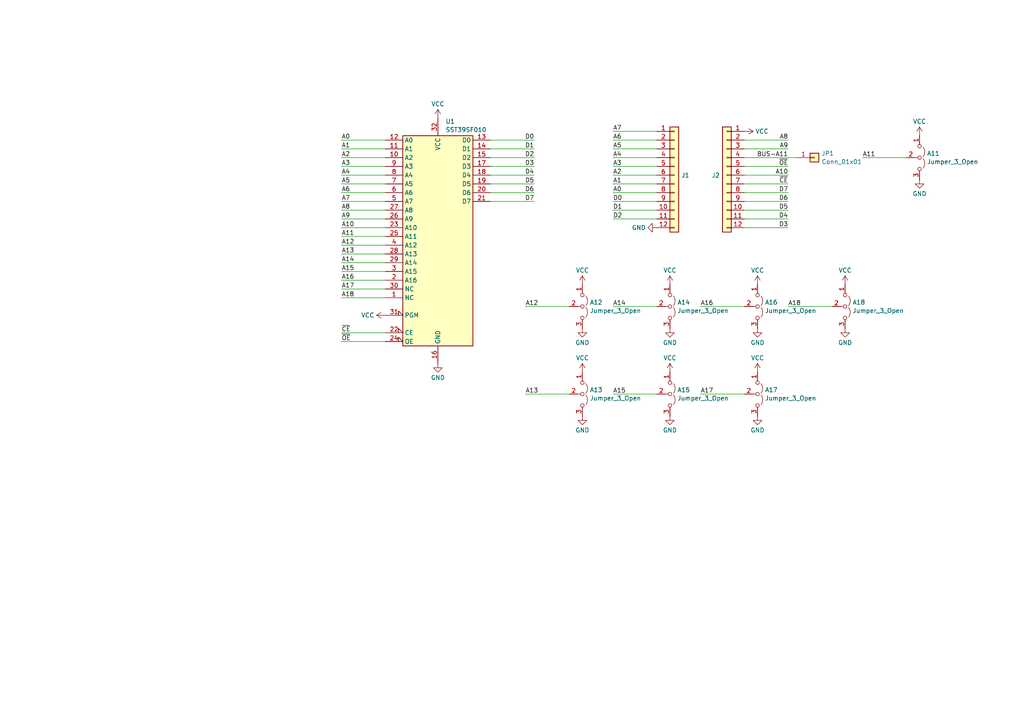
<source format=kicad_sch>
(kicad_sch (version 20231120) (generator "eeschema") (generator_version "8.0")
  (paper "A4")
  (lib_symbols
    (symbol "Connector_Generic:Conn_01x01" (pin_names (offset 1.016) hide)
      (property "Reference" "J" (at 0 2.54 0))
      (property "Value" "Conn_01x01" (at 0 -2.54 0))
      (symbol "Conn_01x01_1_1"
        (rectangle (start -1.27 0.127) (end 0 -0.127) (stroke (width 0.1524)))
        (rectangle (start -1.27 1.27) (end 1.27 -1.27) (stroke (width 0.254)) (fill (type background)))
        (pin passive line (at -5.08 0 0) (length 3.81) (name "Pin_1") (number "1"))
      )
    )
    (symbol "Connector_Generic:Conn_01x12" (pin_names (offset 1.016) hide)
      (property "Reference" "J" (at 0 15.24 0))
      (property "Value" "Conn_01x12" (at 0 -17.78 0))
      (symbol "Conn_01x12_1_1"
        (rectangle (start -1.27 -15.113) (end 0 -15.367) (stroke (width 0.1524)))
        (rectangle (start -1.27 -12.573) (end 0 -12.827) (stroke (width 0.1524)))
        (rectangle (start -1.27 -10.033) (end 0 -10.287) (stroke (width 0.1524)))
        (rectangle (start -1.27 -7.493) (end 0 -7.747) (stroke (width 0.1524)))
        (rectangle (start -1.27 -4.953) (end 0 -5.207) (stroke (width 0.1524)))
        (rectangle (start -1.27 -2.413) (end 0 -2.667) (stroke (width 0.1524)))
        (rectangle (start -1.27 0.127) (end 0 -0.127) (stroke (width 0.1524)))
        (rectangle (start -1.27 2.667) (end 0 2.413) (stroke (width 0.1524)))
        (rectangle (start -1.27 5.207) (end 0 4.953) (stroke (width 0.1524)))
        (rectangle (start -1.27 7.747) (end 0 7.493) (stroke (width 0.1524)))
        (rectangle (start -1.27 10.287) (end 0 10.033) (stroke (width 0.1524)))
        (rectangle (start -1.27 12.827) (end 0 12.573) (stroke (width 0.1524)))
        (rectangle (start -1.27 13.97) (end 1.27 -16.51) (stroke (width 0.254)) (fill (type background)))
        (pin passive line (at -5.08 12.7 0) (length 3.81) (name "Pin_1") (number "1"))
        (pin passive line (at -5.08 -10.16 0) (length 3.81) (name "Pin_10") (number "10"))
        (pin passive line (at -5.08 -12.7 0) (length 3.81) (name "Pin_11") (number "11"))
        (pin passive line (at -5.08 -15.24 0) (length 3.81) (name "Pin_12") (number "12"))
        (pin passive line (at -5.08 10.16 0) (length 3.81) (name "Pin_2") (number "2"))
        (pin passive line (at -5.08 7.62 0) (length 3.81) (name "Pin_3") (number "3"))
        (pin passive line (at -5.08 5.08 0) (length 3.81) (name "Pin_4") (number "4"))
        (pin passive line (at -5.08 2.54 0) (length 3.81) (name "Pin_5") (number "5"))
        (pin passive line (at -5.08 0 0) (length 3.81) (name "Pin_6") (number "6"))
        (pin passive line (at -5.08 -2.54 0) (length 3.81) (name "Pin_7") (number "7"))
        (pin passive line (at -5.08 -5.08 0) (length 3.81) (name "Pin_8") (number "8"))
        (pin passive line (at -5.08 -7.62 0) (length 3.81) (name "Pin_9") (number "9"))
      )
    )
    (symbol "Jumper:Jumper_3_Open" (pin_names (offset 0) hide) (exclude_from_sim yes) (in_bom no)
      (property "Reference" "JP" (at -2.54 -2.54 0))
      (property "Value" "Jumper_3_Open" (at 0 2.794 0))
      (symbol "Jumper_3_Open_0_0"
        (circle (center -3.302 0) (radius 0.508))
        (circle (center 0 0) (radius 0.508))
        (circle (center 3.302 0) (radius 0.508))
      )
      (symbol "Jumper_3_Open_0_1"
        (arc (start -0.254 1.016) (mid -1.651 1.4992) (end -3.048 1.016))
        (polyline (pts (xy 0 -0.508) (xy 0 -1.27)))
        (arc (start 3.048 1.016) (mid 1.651 1.4992) (end 0.254 1.016))
      )
      (symbol "Jumper_3_Open_1_1"
        (pin passive line (at -6.35 0 0) (length 2.54) (name "A") (number "1"))
        (pin passive line (at 0 -3.81 90) (length 2.54) (name "C") (number "2"))
        (pin passive line (at 6.35 0 180) (length 2.54) (name "B") (number "3"))
      )
    )
    (symbol "Memory_Flash:SST39SF010"
      (property "Reference" "U" (at 2.54 33.02 0))
      (property "Value" "SST39SF010" (at 0 -30.48 0))
      (symbol "SST39SF010_0_0"
        (pin power_in line (at 0 -34.29 90) (length 5.08) (name "GND") (number "16"))
        (pin power_in line (at 0 36.83 270) (length 5.08) (name "VCC") (number "32"))
      )
      (symbol "SST39SF010_0_1"
        (rectangle (start -10.16 31.75) (end 10.16 -29.21) (stroke (width 0.254)) (fill (type background)))
      )
      (symbol "SST39SF010_1_1"
        (pin input line (at -15.24 -15.24 0) (length 5.08) (name "NC") (number "1"))
        (pin input line (at -15.24 25.4 0) (length 5.08) (name "A2") (number "10"))
        (pin input line (at -15.24 27.94 0) (length 5.08) (name "A1") (number "11"))
        (pin input line (at -15.24 30.48 0) (length 5.08) (name "A0") (number "12"))
        (pin tri_state line (at 15.24 30.48 180) (length 5.08) (name "D0") (number "13"))
        (pin tri_state line (at 15.24 27.94 180) (length 5.08) (name "D1") (number "14"))
        (pin tri_state line (at 15.24 25.4 180) (length 5.08) (name "D2") (number "15"))
        (pin tri_state line (at 15.24 22.86 180) (length 5.08) (name "D3") (number "17"))
        (pin tri_state line (at 15.24 20.32 180) (length 5.08) (name "D4") (number "18"))
        (pin tri_state line (at 15.24 17.78 180) (length 5.08) (name "D5") (number "19"))
        (pin input line (at -15.24 -10.16 0) (length 5.08) (name "A16") (number "2"))
        (pin tri_state line (at 15.24 15.24 180) (length 5.08) (name "D6") (number "20"))
        (pin tri_state line (at 15.24 12.7 180) (length 5.08) (name "D7") (number "21"))
        (pin input input_low (at -15.24 -25.4 0) (length 5.08) (name "CE") (number "22"))
        (pin input line (at -15.24 5.08 0) (length 5.08) (name "A10") (number "23"))
        (pin input input_low (at -15.24 -27.94 0) (length 5.08) (name "OE") (number "24"))
        (pin input line (at -15.24 2.54 0) (length 5.08) (name "A11") (number "25"))
        (pin input line (at -15.24 7.62 0) (length 5.08) (name "A9") (number "26"))
        (pin input line (at -15.24 10.16 0) (length 5.08) (name "A8") (number "27"))
        (pin input line (at -15.24 -2.54 0) (length 5.08) (name "A13") (number "28"))
        (pin input line (at -15.24 -5.08 0) (length 5.08) (name "A14") (number "29"))
        (pin input line (at -15.24 -7.62 0) (length 5.08) (name "A15") (number "3"))
        (pin input line (at -15.24 -12.7 0) (length 5.08) (name "NC") (number "30"))
        (pin input input_low (at -15.24 -20.32 0) (length 5.08) (name "PGM") (number "31"))
        (pin input line (at -15.24 0 0) (length 5.08) (name "A12") (number "4"))
        (pin input line (at -15.24 12.7 0) (length 5.08) (name "A7") (number "5"))
        (pin input line (at -15.24 15.24 0) (length 5.08) (name "A6") (number "6"))
        (pin input line (at -15.24 17.78 0) (length 5.08) (name "A5") (number "7"))
        (pin input line (at -15.24 20.32 0) (length 5.08) (name "A4") (number "8"))
        (pin input line (at -15.24 22.86 0) (length 5.08) (name "A3") (number "9"))
      )
    )
    (symbol "power:GND" (power) (pin_numbers hide) (pin_names (offset 0) hide)
      (property "Value" "GND" (at 0 -3.81 0))
      (symbol "GND_0_1"
        (polyline (pts (xy 0 0) (xy 0 -1.27) (xy 1.27 -1.27) (xy 0 -2.54) (xy -1.27 -1.27) (xy 0 -1.27)))
      )
      (symbol "GND_1_1"
        (pin power_in line (at 0 0 270) (length 0) (name "~") (number "1"))
      )
    )
    (symbol "power:VCC" (power) (pin_numbers hide) (pin_names (offset 0) hide)
      (property "Value" "VCC" (at 0 3.556 0))
      (symbol "VCC_0_1"
        (polyline (pts (xy -0.762 1.27) (xy 0 2.54)))
        (polyline (pts (xy 0 0) (xy 0 2.54)))
        (polyline (pts (xy 0 2.54) (xy 0.762 1.27)))
      )
      (symbol "VCC_1_1"
        (pin power_in line (at 0 0 90) (length 0) (name "~") (number "1"))
      )
    )
  )
  (wire (pts (xy 203.2 88.9) (xy 215.9 88.9)))
  (wire (pts (xy 177.8 53.34) (xy 190.5 53.34)))
  (wire (pts (xy 99.06 40.64) (xy 111.76 40.64)))
  (wire (pts (xy 215.9 43.18) (xy 228.6 43.18)))
  (wire (pts (xy 215.9 50.8) (xy 228.6 50.8)))
  (wire (pts (xy 99.06 78.74) (xy 111.76 78.74)))
  (wire (pts (xy 177.8 43.18) (xy 190.5 43.18)))
  (wire (pts (xy 142.24 58.42) (xy 154.94 58.42)))
  (wire (pts (xy 177.8 45.72) (xy 190.5 45.72)))
  (wire (pts (xy 99.06 73.66) (xy 111.76 73.66)))
  (wire (pts (xy 111.76 60.96) (xy 99.06 60.96)))
  (wire (pts (xy 215.9 66.04) (xy 228.6 66.04)))
  (wire (pts (xy 177.8 63.5) (xy 190.5 63.5)))
  (wire (pts (xy 142.24 55.88) (xy 154.94 55.88)))
  (wire (pts (xy 152.4 114.3) (xy 165.1 114.3)))
  (wire (pts (xy 99.06 43.18) (xy 111.76 43.18)))
  (wire (pts (xy 154.94 45.72) (xy 142.24 45.72)))
  (wire (pts (xy 152.4 88.9) (xy 165.1 88.9)))
  (wire (pts (xy 142.24 48.26) (xy 154.94 48.26)))
  (wire (pts (xy 215.9 45.72) (xy 231.14 45.72)))
  (wire (pts (xy 177.8 60.96) (xy 190.5 60.96)))
  (wire (pts (xy 215.9 53.34) (xy 228.6 53.34)))
  (wire (pts (xy 99.06 48.26) (xy 111.76 48.26)))
  (wire (pts (xy 215.9 48.26) (xy 228.6 48.26)))
  (wire (pts (xy 177.8 40.64) (xy 190.5 40.64)))
  (wire (pts (xy 215.9 60.96) (xy 228.6 60.96)))
  (wire (pts (xy 177.8 55.88) (xy 190.5 55.88)))
  (wire (pts (xy 215.9 40.64) (xy 228.6 40.64)))
  (wire (pts (xy 177.8 58.42) (xy 190.5 58.42)))
  (wire (pts (xy 250.19 45.72) (xy 262.89 45.72)))
  (wire (pts (xy 203.2 114.3) (xy 215.9 114.3)))
  (wire (pts (xy 177.8 48.26) (xy 190.5 48.26)))
  (wire (pts (xy 111.76 96.52) (xy 99.06 96.52)))
  (wire (pts (xy 111.76 66.04) (xy 99.06 66.04)))
  (wire (pts (xy 99.06 86.36) (xy 111.76 86.36)))
  (wire (pts (xy 99.06 58.42) (xy 111.76 58.42)))
  (wire (pts (xy 177.8 50.8) (xy 190.5 50.8)))
  (wire (pts (xy 177.8 88.9) (xy 190.5 88.9)))
  (wire (pts (xy 99.06 76.2) (xy 111.76 76.2)))
  (wire (pts (xy 142.24 50.8) (xy 154.94 50.8)))
  (wire (pts (xy 177.8 114.3) (xy 190.5 114.3)))
  (wire (pts (xy 99.06 71.12) (xy 111.76 71.12)))
  (wire (pts (xy 99.06 45.72) (xy 111.76 45.72)))
  (wire (pts (xy 215.9 58.42) (xy 228.6 58.42)))
  (wire (pts (xy 99.06 50.8) (xy 111.76 50.8)))
  (wire (pts (xy 99.06 83.82) (xy 111.76 83.82)))
  (wire (pts (xy 154.94 40.64) (xy 142.24 40.64)))
  (wire (pts (xy 215.9 55.88) (xy 228.6 55.88)))
  (wire (pts (xy 154.94 43.18) (xy 142.24 43.18)))
  (wire (pts (xy 228.6 88.9) (xy 241.3 88.9)))
  (wire (pts (xy 177.8 38.1) (xy 190.5 38.1)))
  (wire (pts (xy 99.06 55.88) (xy 111.76 55.88)))
  (wire (pts (xy 142.24 53.34) (xy 154.94 53.34)))
  (wire (pts (xy 99.06 68.58) (xy 111.76 68.58)))
  (wire (pts (xy 99.06 53.34) (xy 111.76 53.34)))
  (wire (pts (xy 99.06 81.28) (xy 111.76 81.28)))
  (wire (pts (xy 111.76 99.06) (xy 99.06 99.06)))
  (wire (pts (xy 111.76 63.5) (xy 99.06 63.5)))
  (wire (pts (xy 215.9 63.5) (xy 228.6 63.5)))
  (label "A13" (at 152.4 114.3 0))
  (label "A17" (at 203.2 114.3 0))
  (label "D2" (at 154.94 45.72 180))
  (label "A6" (at 177.8 40.64 0))
  (label "D6" (at 154.94 55.88 180))
  (label "D3" (at 228.6 66.04 180))
  (label "A3" (at 177.8 48.26 0))
  (label "~{OE}" (at 228.6 48.26 180))
  (label "A14" (at 99.06 76.2 0))
  (label "A7" (at 177.8 38.1 0))
  (label "D3" (at 154.94 48.26 180))
  (label "A2" (at 177.8 50.8 0))
  (label "A18" (at 99.06 86.36 0))
  (label "~{CE}" (at 228.6 53.34 180))
  (label "A16" (at 203.2 88.9 0))
  (label "A8" (at 228.6 40.64 180))
  (label "A11" (at 250.19 45.72 0))
  (label "A4" (at 177.8 45.72 0))
  (label "A15" (at 177.8 114.3 0))
  (label "A1" (at 177.8 53.34 0))
  (label "A15" (at 99.06 78.74 0))
  (label "BUS-A11" (at 228.6 45.72 180))
  (label "A7" (at 99.06 58.42 0))
  (label "A0" (at 99.06 40.64 0))
  (label "A6" (at 99.06 55.88 0))
  (label "D7" (at 228.6 55.88 180))
  (label "A14" (at 177.8 88.9 0))
  (label "D7" (at 154.94 58.42 180))
  (label "D0" (at 154.94 40.64 180))
  (label "D4" (at 154.94 50.8 180))
  (label "A10" (at 99.06 66.04 0))
  (label "D0" (at 177.8 58.42 0))
  (label "A5" (at 99.06 53.34 0))
  (label "D4" (at 228.6 63.5 180))
  (label "A12" (at 99.06 71.12 0))
  (label "~{CE}" (at 99.06 96.52 0))
  (label "A12" (at 152.4 88.9 0))
  (label "A4" (at 99.06 50.8 0))
  (label "A16" (at 99.06 81.28 0))
  (label "A5" (at 177.8 43.18 0))
  (label "~{OE}" (at 99.06 99.06 0))
  (label "D2" (at 177.8 63.5 0))
  (label "A11" (at 99.06 68.58 0))
  (label "D5" (at 228.6 60.96 180))
  (label "D1" (at 154.94 43.18 180))
  (label "A1" (at 99.06 43.18 0))
  (label "A3" (at 99.06 48.26 0))
  (label "A9" (at 228.6 43.18 180))
  (label "A10" (at 228.6 50.8 180))
  (label "D6" (at 228.6 58.42 180))
  (label "A13" (at 99.06 73.66 0))
  (label "A8" (at 99.06 60.96 0))
  (label "D1" (at 177.8 60.96 0))
  (label "D5" (at 154.94 53.34 180))
  (label "A2" (at 99.06 45.72 0))
  (label "A0" (at 177.8 55.88 0))
  (label "A17" (at 99.06 83.82 0))
  (label "A9" (at 99.06 63.5 0))
  (label "A18" (at 228.6 88.9 0))
  (symbol (lib_id "power:GND") (at 194.31 120.65 0) (unit 1)
    (property "Reference" "#PWR014" (effects (hide yes)))
    (property "Value" "GND" (at 194.31 124.7831 0))
    (property "Description" "Power symbol creates a global label with name \"GND\" , ground" (effects (hide yes)))
  )
  (symbol (lib_id "power:GND") (at 127 105.41 0) (unit 1)
    (property "Reference" "#PWR05" (effects (hide yes)))
    (property "Value" "GND" (at 127 109.5431 0))
    (property "Description" "Power symbol creates a global label with name \"GND\" , ground" (effects (hide yes)))
  )
  (symbol (lib_id "Connector_Generic:Conn_01x12") (at 195.58 50.8 0) (unit 1)
    (property "Reference" "J1" (at 197.612 50.8578 0) (effects (justify left)))
    (property "Value" "Conn_01x12" (effects (hide yes)))
    (property "Footprint" "Connector_PinHeader_2.54mm:PinHeader_1x12_P2.54mm_Vertical" (effects (hide yes)))
    (property "Description" "Generic connector, single row, 01x12, script generated (kicad-library-utils/schlib/autogen/connector/)" (effects (hide yes)))
  )
  (symbol (lib_id "Memory_Flash:SST39SF010") (at 127 71.12 0) (unit 1)
    (property "Reference" "U1" (at 129.1941 35.2255 0) (effects (justify left)))
    (property "Value" "SST39SF010" (at 129.1941 37.6498 0) (effects (justify left)))
    (property "Footprint" "Package_LCC:PLCC-32_THT-Socket" (effects (hide yes)))
    (property "Datasheet" "http://ww1.microchip.com/downloads/en/DeviceDoc/25022B.pdf" (effects (hide yes)))
    (property "Description" "Silicon Storage Technology (SSF) 128k x 8 Flash ROM" (effects (hide yes)))
  )
  (symbol (lib_id "power:VCC") (at 245.11 82.55 0) (unit 1)
    (property "Reference" "#PWR019" (effects (hide yes)))
    (property "Value" "VCC" (at 245.11 78.4169 0))
    (property "Description" "Power symbol creates a global label with name \"VCC\"" (effects (hide yes)))
  )
  (symbol (lib_id "Connector_Generic:Conn_01x12") (at 210.82 50.8 0) (mirror y) (unit 1)
    (property "Reference" "J2" (at 208.788 50.8578 0) (effects (justify left)))
    (property "Value" "Conn_01x12" (effects (hide yes)))
    (property "Footprint" "Connector_PinHeader_2.54mm:PinHeader_1x12_P2.54mm_Vertical" (effects (hide yes)))
    (property "Description" "Generic connector, single row, 01x12, script generated (kicad-library-utils/schlib/autogen/connector/)" (effects (hide yes)))
  )
  (symbol (lib_id "Jumper:Jumper_3_Open") (at 168.91 114.3 270) (unit 1) (exclude_from_sim yes) (in_bom no)
    (property "Reference" "A13" (at 171.0442 113.0878 90) (effects (justify left)))
    (property "Value" "Jumper_3_Open" (at 171.0442 115.5121 90) (effects (justify left)))
    (property "Footprint" "Connector_PinHeader_2.54mm:PinHeader_1x03_P2.54mm_Vertical" (effects (hide yes)))
    (property "Description" "Jumper, 3-pole, both open" (effects (hide yes)))
  )
  (symbol (lib_id "Jumper:Jumper_3_Open") (at 219.71 114.3 270) (unit 1) (exclude_from_sim yes) (in_bom no)
    (property "Reference" "A17" (at 221.8442 113.0878 90) (effects (justify left)))
    (property "Value" "Jumper_3_Open" (at 221.8442 115.5121 90) (effects (justify left)))
    (property "Footprint" "Connector_PinHeader_2.54mm:PinHeader_1x03_P2.54mm_Vertical" (effects (hide yes)))
    (property "Description" "Jumper, 3-pole, both open" (effects (hide yes)))
  )
  (symbol (lib_id "power:GND") (at 190.5 66.04 270) (unit 1)
    (property "Reference" "#PWR04" (effects (hide yes)))
    (property "Value" "GND" (at 187.3251 66.04 90) (effects (justify right)))
    (property "Description" "Power symbol creates a global label with name \"GND\" , ground" (effects (hide yes)))
  )
  (symbol (lib_id "Jumper:Jumper_3_Open") (at 266.7 45.72 270) (unit 1) (exclude_from_sim yes) (in_bom no)
    (property "Reference" "A11" (at 268.8342 44.5078 90) (effects (justify left)))
    (property "Value" "Jumper_3_Open" (at 268.8342 46.9321 90) (effects (justify left)))
    (property "Footprint" "Connector_PinHeader_2.54mm:PinHeader_1x03_P2.54mm_Vertical" (effects (hide yes)))
    (property "Description" "Jumper, 3-pole, both open" (effects (hide yes)))
  )
  (symbol (lib_id "Jumper:Jumper_3_Open") (at 194.31 114.3 270) (unit 1) (exclude_from_sim yes) (in_bom no)
    (property "Reference" "A15" (at 196.4442 113.0878 90) (effects (justify left)))
    (property "Value" "Jumper_3_Open" (at 196.4442 115.5121 90) (effects (justify left)))
    (property "Footprint" "Connector_PinHeader_2.54mm:PinHeader_1x03_P2.54mm_Vertical" (effects (hide yes)))
    (property "Description" "Jumper, 3-pole, both open" (effects (hide yes)))
  )
  (symbol (lib_id "Jumper:Jumper_3_Open") (at 194.31 88.9 270) (unit 1) (exclude_from_sim yes) (in_bom no)
    (property "Reference" "A14" (at 196.4442 87.6878 90) (effects (justify left)))
    (property "Value" "Jumper_3_Open" (at 196.4442 90.1121 90) (effects (justify left)))
    (property "Footprint" "Connector_PinHeader_2.54mm:PinHeader_1x03_P2.54mm_Vertical" (effects (hide yes)))
    (property "Description" "Jumper, 3-pole, both open" (effects (hide yes)))
  )
  (symbol (lib_id "Jumper:Jumper_3_Open") (at 168.91 88.9 270) (unit 1) (exclude_from_sim yes) (in_bom no)
    (property "Reference" "A12" (at 171.0442 87.6878 90) (effects (justify left)))
    (property "Value" "Jumper_3_Open" (at 171.0442 90.1121 90) (effects (justify left)))
    (property "Footprint" "Connector_PinHeader_2.54mm:PinHeader_1x03_P2.54mm_Vertical" (effects (hide yes)))
    (property "Description" "Jumper, 3-pole, both open" (effects (hide yes)))
  )
  (symbol (lib_id "power:VCC") (at 219.71 82.55 0) (unit 1)
    (property "Reference" "#PWR015" (effects (hide yes)))
    (property "Value" "VCC" (at 219.71 78.4169 0))
    (property "Description" "Power symbol creates a global label with name \"VCC\"" (effects (hide yes)))
  )
  (symbol (lib_id "power:GND") (at 168.91 95.25 0) (unit 1)
    (property "Reference" "#PWR08" (effects (hide yes)))
    (property "Value" "GND" (at 168.91 99.3831 0))
    (property "Description" "Power symbol creates a global label with name \"GND\" , ground" (effects (hide yes)))
  )
  (symbol (lib_id "power:VCC") (at 168.91 107.95 0) (unit 1)
    (property "Reference" "#PWR09" (effects (hide yes)))
    (property "Value" "VCC" (at 168.91 103.8169 0))
    (property "Description" "Power symbol creates a global label with name \"VCC\"" (effects (hide yes)))
  )
  (symbol (lib_id "power:VCC") (at 219.71 107.95 0) (unit 1)
    (property "Reference" "#PWR017" (effects (hide yes)))
    (property "Value" "VCC" (at 219.71 103.8169 0))
    (property "Description" "Power symbol creates a global label with name \"VCC\"" (effects (hide yes)))
  )
  (symbol (lib_id "power:VCC") (at 266.7 39.37 0) (unit 1)
    (property "Reference" "#PWR021" (effects (hide yes)))
    (property "Value" "VCC" (at 266.7 35.2369 0))
    (property "Description" "Power symbol creates a global label with name \"VCC\"" (effects (hide yes)))
  )
  (symbol (lib_id "power:VCC") (at 111.76 91.44 90) (unit 1)
    (property "Reference" "#PWR06" (effects (hide yes)))
    (property "Value" "VCC" (at 108.585 91.44 90) (effects (justify left)))
    (property "Description" "Power symbol creates a global label with name \"VCC\"" (effects (hide yes)))
  )
  (symbol (lib_id "power:GND") (at 245.11 95.25 0) (unit 1)
    (property "Reference" "#PWR020" (effects (hide yes)))
    (property "Value" "GND" (at 245.11 99.3831 0))
    (property "Description" "Power symbol creates a global label with name \"GND\" , ground" (effects (hide yes)))
  )
  (symbol (lib_id "Connector_Generic:Conn_01x01") (at 236.22 45.72 0) (unit 1)
    (property "Reference" "JP1" (at 238.252 44.5078 0) (effects (justify left)))
    (property "Value" "Conn_01x01" (at 238.252 46.9321 0) (effects (justify left)))
    (property "Footprint" "Connector_PinHeader_2.54mm:PinHeader_1x01_P2.54mm_Vertical" (effects (hide yes)))
    (property "Description" "Generic connector, single row, 01x01, script generated (kicad-library-utils/schlib/autogen/connector/)" (effects (hide yes)))
  )
  (symbol (lib_id "power:VCC") (at 194.31 82.55 0) (unit 1)
    (property "Reference" "#PWR011" (effects (hide yes)))
    (property "Value" "VCC" (at 194.31 78.4169 0))
    (property "Description" "Power symbol creates a global label with name \"VCC\"" (effects (hide yes)))
  )
  (symbol (lib_id "power:GND") (at 168.91 120.65 0) (unit 1)
    (property "Reference" "#PWR010" (effects (hide yes)))
    (property "Value" "GND" (at 168.91 124.7831 0))
    (property "Description" "Power symbol creates a global label with name \"GND\" , ground" (effects (hide yes)))
  )
  (symbol (lib_id "Jumper:Jumper_3_Open") (at 219.71 88.9 270) (unit 1) (exclude_from_sim yes) (in_bom no)
    (property "Reference" "A16" (at 221.8442 87.6878 90) (effects (justify left)))
    (property "Value" "Jumper_3_Open" (at 221.8442 90.1121 90) (effects (justify left)))
    (property "Footprint" "Connector_PinHeader_2.54mm:PinHeader_1x03_P2.54mm_Vertical" (effects (hide yes)))
    (property "Description" "Jumper, 3-pole, both open" (effects (hide yes)))
  )
  (symbol (lib_id "power:GND") (at 219.71 95.25 0) (unit 1)
    (property "Reference" "#PWR016" (effects (hide yes)))
    (property "Value" "GND" (at 219.71 99.3831 0))
    (property "Description" "Power symbol creates a global label with name \"GND\" , ground" (effects (hide yes)))
  )
  (symbol (lib_id "power:VCC") (at 168.91 82.55 0) (unit 1)
    (property "Reference" "#PWR07" (effects (hide yes)))
    (property "Value" "VCC" (at 168.91 78.4169 0))
    (property "Description" "Power symbol creates a global label with name \"VCC\"" (effects (hide yes)))
  )
  (symbol (lib_id "power:GND") (at 194.31 95.25 0) (unit 1)
    (property "Reference" "#PWR012" (effects (hide yes)))
    (property "Value" "GND" (at 194.31 99.3831 0))
    (property "Description" "Power symbol creates a global label with name \"GND\" , ground" (effects (hide yes)))
  )
  (symbol (lib_id "power:VCC") (at 194.31 107.95 0) (unit 1)
    (property "Reference" "#PWR013" (effects (hide yes)))
    (property "Value" "VCC" (at 194.31 103.8169 0))
    (property "Description" "Power symbol creates a global label with name \"VCC\"" (effects (hide yes)))
  )
  (symbol (lib_id "Jumper:Jumper_3_Open") (at 245.11 88.9 270) (unit 1) (exclude_from_sim yes) (in_bom no)
    (property "Reference" "A18" (at 247.2442 87.6878 90) (effects (justify left)))
    (property "Value" "Jumper_3_Open" (at 247.2442 90.1121 90) (effects (justify left)))
    (property "Footprint" "Connector_PinHeader_2.54mm:PinHeader_1x03_P2.54mm_Vertical" (effects (hide yes)))
    (property "Description" "Jumper, 3-pole, both open" (effects (hide yes)))
  )
  (symbol (lib_id "power:VCC") (at 215.9 38.1 270) (unit 1)
    (property "Reference" "#PWR03" (effects (hide yes)))
    (property "Value" "VCC" (at 219.075 38.1 90) (effects (justify left)))
    (property "Description" "Power symbol creates a global label with name \"VCC\"" (effects (hide yes)))
  )
  (symbol (lib_id "power:GND") (at 219.71 120.65 0) (unit 1)
    (property "Reference" "#PWR018" (effects (hide yes)))
    (property "Value" "GND" (at 219.71 124.7831 0))
    (property "Description" "Power symbol creates a global label with name \"GND\" , ground" (effects (hide yes)))
  )
  (symbol (lib_id "power:VCC") (at 127 34.29 0) (unit 1)
    (property "Reference" "#PWR01" (effects (hide yes)))
    (property "Value" "VCC" (at 127 30.1569 0))
    (property "Description" "Power symbol creates a global label with name \"VCC\"" (effects (hide yes)))
  )
  (symbol (lib_id "power:GND") (at 266.7 52.07 0) (unit 1)
    (property "Reference" "#PWR022" (effects (hide yes)))
    (property "Value" "GND" (at 266.7 56.2031 0))
    (property "Description" "Power symbol creates a global label with name \"GND\" , ground" (effects (hide yes)))
  )
)
</source>
